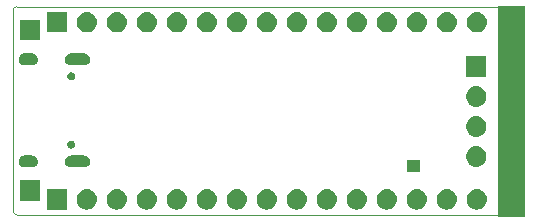
<source format=gbs>
From 2628932a40d769d8d0180ba6fed1e7b9b2718982 Mon Sep 17 00:00:00 2001
From: jaseg <git-bigdata-wsl-arch@jaseg.de>
Date: Sun, 3 May 2020 19:53:02 +0200
Subject: minkbd: repo restructure

---
 HW v1.2/gerber/OtterPill-B_Mask.gbs | 1584 -----------------------------------
 1 file changed, 1584 deletions(-)
 delete mode 100644 HW v1.2/gerber/OtterPill-B_Mask.gbs

(limited to 'HW v1.2/gerber/OtterPill-B_Mask.gbs')

diff --git a/HW v1.2/gerber/OtterPill-B_Mask.gbs b/HW v1.2/gerber/OtterPill-B_Mask.gbs
deleted file mode 100644
index e3f2423..0000000
--- a/HW v1.2/gerber/OtterPill-B_Mask.gbs	
+++ /dev/null
@@ -1,1584 +0,0 @@
-G04 #@! TF.GenerationSoftware,KiCad,Pcbnew,5.1.4+dfsg1-1*
-G04 #@! TF.CreationDate,2019-11-16T02:43:21+01:00*
-G04 #@! TF.ProjectId,OtterPill,4f747465-7250-4696-9c6c-2e6b69636164,rev?*
-G04 #@! TF.SameCoordinates,Original*
-G04 #@! TF.FileFunction,Soldermask,Bot*
-G04 #@! TF.FilePolarity,Negative*
-%FSLAX46Y46*%
-G04 Gerber Fmt 4.6, Leading zero omitted, Abs format (unit mm)*
-G04 Created by KiCad (PCBNEW 5.1.4+dfsg1-1) date 2019-11-16 02:43:21*
-%MOMM*%
-%LPD*%
-G04 APERTURE LIST*
-%ADD10C,0.050000*%
-%ADD11C,0.100000*%
-G04 APERTURE END LIST*
-D10*
-X63200000Y-37100000D02*
-G75*
-G02X62900000Y-37400000I-300000J0D01*
-G01*
-X62900000Y-19800000D02*
-G75*
-G02X63200000Y-20100000I0J-300000D01*
-G01*
-X20000000Y-20100000D02*
-G75*
-G02X20300000Y-19800000I300000J0D01*
-G01*
-X20300000Y-37400000D02*
-G75*
-G02X20000000Y-37100000I0J300000D01*
-G01*
-X20000000Y-37100000D02*
-X20000000Y-20100000D01*
-X62900000Y-37400000D02*
-X20300000Y-37400000D01*
-X63200000Y-20100000D02*
-X63200000Y-37100000D01*
-X20300000Y-19800000D02*
-X62900000Y-19800000D01*
-D11*
-G36*
-X63300000Y-37600000D02*
-G01*
-X61070000Y-37600000D01*
-X61070000Y-19700000D01*
-X63300000Y-19700000D01*
-X63300000Y-37600000D01*
-X63300000Y-37600000D01*
-G37*
-G36*
-X34028589Y-35252444D02*
-G01*
-X34190700Y-35301619D01*
-X34340102Y-35381476D01*
-X34471054Y-35488946D01*
-X34578524Y-35619898D01*
-X34658381Y-35769300D01*
-X34707556Y-35931411D01*
-X34724161Y-36100000D01*
-X34707556Y-36268589D01*
-X34658381Y-36430700D01*
-X34578524Y-36580102D01*
-X34471054Y-36711054D01*
-X34340102Y-36818524D01*
-X34190700Y-36898381D01*
-X34028589Y-36947556D01*
-X33902246Y-36960000D01*
-X33817754Y-36960000D01*
-X33691411Y-36947556D01*
-X33529300Y-36898381D01*
-X33379898Y-36818524D01*
-X33248946Y-36711054D01*
-X33141476Y-36580102D01*
-X33061619Y-36430700D01*
-X33012444Y-36268589D01*
-X32995839Y-36100000D01*
-X33012444Y-35931411D01*
-X33061619Y-35769300D01*
-X33141476Y-35619898D01*
-X33248946Y-35488946D01*
-X33379898Y-35381476D01*
-X33529300Y-35301619D01*
-X33691411Y-35252444D01*
-X33817754Y-35240000D01*
-X33902246Y-35240000D01*
-X34028589Y-35252444D01*
-X34028589Y-35252444D01*
-G37*
-G36*
-X24560000Y-36960000D02*
-G01*
-X22840000Y-36960000D01*
-X22840000Y-35240000D01*
-X24560000Y-35240000D01*
-X24560000Y-36960000D01*
-X24560000Y-36960000D01*
-G37*
-G36*
-X26408589Y-35252444D02*
-G01*
-X26570700Y-35301619D01*
-X26720102Y-35381476D01*
-X26851054Y-35488946D01*
-X26958524Y-35619898D01*
-X27038381Y-35769300D01*
-X27087556Y-35931411D01*
-X27104161Y-36100000D01*
-X27087556Y-36268589D01*
-X27038381Y-36430700D01*
-X26958524Y-36580102D01*
-X26851054Y-36711054D01*
-X26720102Y-36818524D01*
-X26570700Y-36898381D01*
-X26408589Y-36947556D01*
-X26282246Y-36960000D01*
-X26197754Y-36960000D01*
-X26071411Y-36947556D01*
-X25909300Y-36898381D01*
-X25759898Y-36818524D01*
-X25628946Y-36711054D01*
-X25521476Y-36580102D01*
-X25441619Y-36430700D01*
-X25392444Y-36268589D01*
-X25375839Y-36100000D01*
-X25392444Y-35931411D01*
-X25441619Y-35769300D01*
-X25521476Y-35619898D01*
-X25628946Y-35488946D01*
-X25759898Y-35381476D01*
-X25909300Y-35301619D01*
-X26071411Y-35252444D01*
-X26197754Y-35240000D01*
-X26282246Y-35240000D01*
-X26408589Y-35252444D01*
-X26408589Y-35252444D01*
-G37*
-G36*
-X28948589Y-35252444D02*
-G01*
-X29110700Y-35301619D01*
-X29260102Y-35381476D01*
-X29391054Y-35488946D01*
-X29498524Y-35619898D01*
-X29578381Y-35769300D01*
-X29627556Y-35931411D01*
-X29644161Y-36100000D01*
-X29627556Y-36268589D01*
-X29578381Y-36430700D01*
-X29498524Y-36580102D01*
-X29391054Y-36711054D01*
-X29260102Y-36818524D01*
-X29110700Y-36898381D01*
-X28948589Y-36947556D01*
-X28822246Y-36960000D01*
-X28737754Y-36960000D01*
-X28611411Y-36947556D01*
-X28449300Y-36898381D01*
-X28299898Y-36818524D01*
-X28168946Y-36711054D01*
-X28061476Y-36580102D01*
-X27981619Y-36430700D01*
-X27932444Y-36268589D01*
-X27915839Y-36100000D01*
-X27932444Y-35931411D01*
-X27981619Y-35769300D01*
-X28061476Y-35619898D01*
-X28168946Y-35488946D01*
-X28299898Y-35381476D01*
-X28449300Y-35301619D01*
-X28611411Y-35252444D01*
-X28737754Y-35240000D01*
-X28822246Y-35240000D01*
-X28948589Y-35252444D01*
-X28948589Y-35252444D01*
-G37*
-G36*
-X31488589Y-35252444D02*
-G01*
-X31650700Y-35301619D01*
-X31800102Y-35381476D01*
-X31931054Y-35488946D01*
-X32038524Y-35619898D01*
-X32118381Y-35769300D01*
-X32167556Y-35931411D01*
-X32184161Y-36100000D01*
-X32167556Y-36268589D01*
-X32118381Y-36430700D01*
-X32038524Y-36580102D01*
-X31931054Y-36711054D01*
-X31800102Y-36818524D01*
-X31650700Y-36898381D01*
-X31488589Y-36947556D01*
-X31362246Y-36960000D01*
-X31277754Y-36960000D01*
-X31151411Y-36947556D01*
-X30989300Y-36898381D01*
-X30839898Y-36818524D01*
-X30708946Y-36711054D01*
-X30601476Y-36580102D01*
-X30521619Y-36430700D01*
-X30472444Y-36268589D01*
-X30455839Y-36100000D01*
-X30472444Y-35931411D01*
-X30521619Y-35769300D01*
-X30601476Y-35619898D01*
-X30708946Y-35488946D01*
-X30839898Y-35381476D01*
-X30989300Y-35301619D01*
-X31151411Y-35252444D01*
-X31277754Y-35240000D01*
-X31362246Y-35240000D01*
-X31488589Y-35252444D01*
-X31488589Y-35252444D01*
-G37*
-G36*
-X36568589Y-35252444D02*
-G01*
-X36730700Y-35301619D01*
-X36880102Y-35381476D01*
-X37011054Y-35488946D01*
-X37118524Y-35619898D01*
-X37198381Y-35769300D01*
-X37247556Y-35931411D01*
-X37264161Y-36100000D01*
-X37247556Y-36268589D01*
-X37198381Y-36430700D01*
-X37118524Y-36580102D01*
-X37011054Y-36711054D01*
-X36880102Y-36818524D01*
-X36730700Y-36898381D01*
-X36568589Y-36947556D01*
-X36442246Y-36960000D01*
-X36357754Y-36960000D01*
-X36231411Y-36947556D01*
-X36069300Y-36898381D01*
-X35919898Y-36818524D01*
-X35788946Y-36711054D01*
-X35681476Y-36580102D01*
-X35601619Y-36430700D01*
-X35552444Y-36268589D01*
-X35535839Y-36100000D01*
-X35552444Y-35931411D01*
-X35601619Y-35769300D01*
-X35681476Y-35619898D01*
-X35788946Y-35488946D01*
-X35919898Y-35381476D01*
-X36069300Y-35301619D01*
-X36231411Y-35252444D01*
-X36357754Y-35240000D01*
-X36442246Y-35240000D01*
-X36568589Y-35252444D01*
-X36568589Y-35252444D01*
-G37*
-G36*
-X39108589Y-35252444D02*
-G01*
-X39270700Y-35301619D01*
-X39420102Y-35381476D01*
-X39551054Y-35488946D01*
-X39658524Y-35619898D01*
-X39738381Y-35769300D01*
-X39787556Y-35931411D01*
-X39804161Y-36100000D01*
-X39787556Y-36268589D01*
-X39738381Y-36430700D01*
-X39658524Y-36580102D01*
-X39551054Y-36711054D01*
-X39420102Y-36818524D01*
-X39270700Y-36898381D01*
-X39108589Y-36947556D01*
-X38982246Y-36960000D01*
-X38897754Y-36960000D01*
-X38771411Y-36947556D01*
-X38609300Y-36898381D01*
-X38459898Y-36818524D01*
-X38328946Y-36711054D01*
-X38221476Y-36580102D01*
-X38141619Y-36430700D01*
-X38092444Y-36268589D01*
-X38075839Y-36100000D01*
-X38092444Y-35931411D01*
-X38141619Y-35769300D01*
-X38221476Y-35619898D01*
-X38328946Y-35488946D01*
-X38459898Y-35381476D01*
-X38609300Y-35301619D01*
-X38771411Y-35252444D01*
-X38897754Y-35240000D01*
-X38982246Y-35240000D01*
-X39108589Y-35252444D01*
-X39108589Y-35252444D01*
-G37*
-G36*
-X41648589Y-35252444D02*
-G01*
-X41810700Y-35301619D01*
-X41960102Y-35381476D01*
-X42091054Y-35488946D01*
-X42198524Y-35619898D01*
-X42278381Y-35769300D01*
-X42327556Y-35931411D01*
-X42344161Y-36100000D01*
-X42327556Y-36268589D01*
-X42278381Y-36430700D01*
-X42198524Y-36580102D01*
-X42091054Y-36711054D01*
-X41960102Y-36818524D01*
-X41810700Y-36898381D01*
-X41648589Y-36947556D01*
-X41522246Y-36960000D01*
-X41437754Y-36960000D01*
-X41311411Y-36947556D01*
-X41149300Y-36898381D01*
-X40999898Y-36818524D01*
-X40868946Y-36711054D01*
-X40761476Y-36580102D01*
-X40681619Y-36430700D01*
-X40632444Y-36268589D01*
-X40615839Y-36100000D01*
-X40632444Y-35931411D01*
-X40681619Y-35769300D01*
-X40761476Y-35619898D01*
-X40868946Y-35488946D01*
-X40999898Y-35381476D01*
-X41149300Y-35301619D01*
-X41311411Y-35252444D01*
-X41437754Y-35240000D01*
-X41522246Y-35240000D01*
-X41648589Y-35252444D01*
-X41648589Y-35252444D01*
-G37*
-G36*
-X44188589Y-35252444D02*
-G01*
-X44350700Y-35301619D01*
-X44500102Y-35381476D01*
-X44631054Y-35488946D01*
-X44738524Y-35619898D01*
-X44818381Y-35769300D01*
-X44867556Y-35931411D01*
-X44884161Y-36100000D01*
-X44867556Y-36268589D01*
-X44818381Y-36430700D01*
-X44738524Y-36580102D01*
-X44631054Y-36711054D01*
-X44500102Y-36818524D01*
-X44350700Y-36898381D01*
-X44188589Y-36947556D01*
-X44062246Y-36960000D01*
-X43977754Y-36960000D01*
-X43851411Y-36947556D01*
-X43689300Y-36898381D01*
-X43539898Y-36818524D01*
-X43408946Y-36711054D01*
-X43301476Y-36580102D01*
-X43221619Y-36430700D01*
-X43172444Y-36268589D01*
-X43155839Y-36100000D01*
-X43172444Y-35931411D01*
-X43221619Y-35769300D01*
-X43301476Y-35619898D01*
-X43408946Y-35488946D01*
-X43539898Y-35381476D01*
-X43689300Y-35301619D01*
-X43851411Y-35252444D01*
-X43977754Y-35240000D01*
-X44062246Y-35240000D01*
-X44188589Y-35252444D01*
-X44188589Y-35252444D01*
-G37*
-G36*
-X46728589Y-35252444D02*
-G01*
-X46890700Y-35301619D01*
-X47040102Y-35381476D01*
-X47171054Y-35488946D01*
-X47278524Y-35619898D01*
-X47358381Y-35769300D01*
-X47407556Y-35931411D01*
-X47424161Y-36100000D01*
-X47407556Y-36268589D01*
-X47358381Y-36430700D01*
-X47278524Y-36580102D01*
-X47171054Y-36711054D01*
-X47040102Y-36818524D01*
-X46890700Y-36898381D01*
-X46728589Y-36947556D01*
-X46602246Y-36960000D01*
-X46517754Y-36960000D01*
-X46391411Y-36947556D01*
-X46229300Y-36898381D01*
-X46079898Y-36818524D01*
-X45948946Y-36711054D01*
-X45841476Y-36580102D01*
-X45761619Y-36430700D01*
-X45712444Y-36268589D01*
-X45695839Y-36100000D01*
-X45712444Y-35931411D01*
-X45761619Y-35769300D01*
-X45841476Y-35619898D01*
-X45948946Y-35488946D01*
-X46079898Y-35381476D01*
-X46229300Y-35301619D01*
-X46391411Y-35252444D01*
-X46517754Y-35240000D01*
-X46602246Y-35240000D01*
-X46728589Y-35252444D01*
-X46728589Y-35252444D01*
-G37*
-G36*
-X49268589Y-35252444D02*
-G01*
-X49430700Y-35301619D01*
-X49580102Y-35381476D01*
-X49711054Y-35488946D01*
-X49818524Y-35619898D01*
-X49898381Y-35769300D01*
-X49947556Y-35931411D01*
-X49964161Y-36100000D01*
-X49947556Y-36268589D01*
-X49898381Y-36430700D01*
-X49818524Y-36580102D01*
-X49711054Y-36711054D01*
-X49580102Y-36818524D01*
-X49430700Y-36898381D01*
-X49268589Y-36947556D01*
-X49142246Y-36960000D01*
-X49057754Y-36960000D01*
-X48931411Y-36947556D01*
-X48769300Y-36898381D01*
-X48619898Y-36818524D01*
-X48488946Y-36711054D01*
-X48381476Y-36580102D01*
-X48301619Y-36430700D01*
-X48252444Y-36268589D01*
-X48235839Y-36100000D01*
-X48252444Y-35931411D01*
-X48301619Y-35769300D01*
-X48381476Y-35619898D01*
-X48488946Y-35488946D01*
-X48619898Y-35381476D01*
-X48769300Y-35301619D01*
-X48931411Y-35252444D01*
-X49057754Y-35240000D01*
-X49142246Y-35240000D01*
-X49268589Y-35252444D01*
-X49268589Y-35252444D01*
-G37*
-G36*
-X51808589Y-35252444D02*
-G01*
-X51970700Y-35301619D01*
-X52120102Y-35381476D01*
-X52251054Y-35488946D01*
-X52358524Y-35619898D01*
-X52438381Y-35769300D01*
-X52487556Y-35931411D01*
-X52504161Y-36100000D01*
-X52487556Y-36268589D01*
-X52438381Y-36430700D01*
-X52358524Y-36580102D01*
-X52251054Y-36711054D01*
-X52120102Y-36818524D01*
-X51970700Y-36898381D01*
-X51808589Y-36947556D01*
-X51682246Y-36960000D01*
-X51597754Y-36960000D01*
-X51471411Y-36947556D01*
-X51309300Y-36898381D01*
-X51159898Y-36818524D01*
-X51028946Y-36711054D01*
-X50921476Y-36580102D01*
-X50841619Y-36430700D01*
-X50792444Y-36268589D01*
-X50775839Y-36100000D01*
-X50792444Y-35931411D01*
-X50841619Y-35769300D01*
-X50921476Y-35619898D01*
-X51028946Y-35488946D01*
-X51159898Y-35381476D01*
-X51309300Y-35301619D01*
-X51471411Y-35252444D01*
-X51597754Y-35240000D01*
-X51682246Y-35240000D01*
-X51808589Y-35252444D01*
-X51808589Y-35252444D01*
-G37*
-G36*
-X54348589Y-35252444D02*
-G01*
-X54510700Y-35301619D01*
-X54660102Y-35381476D01*
-X54791054Y-35488946D01*
-X54898524Y-35619898D01*
-X54978381Y-35769300D01*
-X55027556Y-35931411D01*
-X55044161Y-36100000D01*
-X55027556Y-36268589D01*
-X54978381Y-36430700D01*
-X54898524Y-36580102D01*
-X54791054Y-36711054D01*
-X54660102Y-36818524D01*
-X54510700Y-36898381D01*
-X54348589Y-36947556D01*
-X54222246Y-36960000D01*
-X54137754Y-36960000D01*
-X54011411Y-36947556D01*
-X53849300Y-36898381D01*
-X53699898Y-36818524D01*
-X53568946Y-36711054D01*
-X53461476Y-36580102D01*
-X53381619Y-36430700D01*
-X53332444Y-36268589D01*
-X53315839Y-36100000D01*
-X53332444Y-35931411D01*
-X53381619Y-35769300D01*
-X53461476Y-35619898D01*
-X53568946Y-35488946D01*
-X53699898Y-35381476D01*
-X53849300Y-35301619D01*
-X54011411Y-35252444D01*
-X54137754Y-35240000D01*
-X54222246Y-35240000D01*
-X54348589Y-35252444D01*
-X54348589Y-35252444D01*
-G37*
-G36*
-X56888589Y-35252444D02*
-G01*
-X57050700Y-35301619D01*
-X57200102Y-35381476D01*
-X57331054Y-35488946D01*
-X57438524Y-35619898D01*
-X57518381Y-35769300D01*
-X57567556Y-35931411D01*
-X57584161Y-36100000D01*
-X57567556Y-36268589D01*
-X57518381Y-36430700D01*
-X57438524Y-36580102D01*
-X57331054Y-36711054D01*
-X57200102Y-36818524D01*
-X57050700Y-36898381D01*
-X56888589Y-36947556D01*
-X56762246Y-36960000D01*
-X56677754Y-36960000D01*
-X56551411Y-36947556D01*
-X56389300Y-36898381D01*
-X56239898Y-36818524D01*
-X56108946Y-36711054D01*
-X56001476Y-36580102D01*
-X55921619Y-36430700D01*
-X55872444Y-36268589D01*
-X55855839Y-36100000D01*
-X55872444Y-35931411D01*
-X55921619Y-35769300D01*
-X56001476Y-35619898D01*
-X56108946Y-35488946D01*
-X56239898Y-35381476D01*
-X56389300Y-35301619D01*
-X56551411Y-35252444D01*
-X56677754Y-35240000D01*
-X56762246Y-35240000D01*
-X56888589Y-35252444D01*
-X56888589Y-35252444D01*
-G37*
-G36*
-X59428589Y-35252444D02*
-G01*
-X59590700Y-35301619D01*
-X59740102Y-35381476D01*
-X59871054Y-35488946D01*
-X59978524Y-35619898D01*
-X60058381Y-35769300D01*
-X60107556Y-35931411D01*
-X60124161Y-36100000D01*
-X60107556Y-36268589D01*
-X60058381Y-36430700D01*
-X59978524Y-36580102D01*
-X59871054Y-36711054D01*
-X59740102Y-36818524D01*
-X59590700Y-36898381D01*
-X59428589Y-36947556D01*
-X59302246Y-36960000D01*
-X59217754Y-36960000D01*
-X59091411Y-36947556D01*
-X58929300Y-36898381D01*
-X58779898Y-36818524D01*
-X58648946Y-36711054D01*
-X58541476Y-36580102D01*
-X58461619Y-36430700D01*
-X58412444Y-36268589D01*
-X58395839Y-36100000D01*
-X58412444Y-35931411D01*
-X58461619Y-35769300D01*
-X58541476Y-35619898D01*
-X58648946Y-35488946D01*
-X58779898Y-35381476D01*
-X58929300Y-35301619D01*
-X59091411Y-35252444D01*
-X59217754Y-35240000D01*
-X59302246Y-35240000D01*
-X59428589Y-35252444D01*
-X59428589Y-35252444D01*
-G37*
-G36*
-X22280000Y-36200000D02*
-G01*
-X20560000Y-36200000D01*
-X20560000Y-34480000D01*
-X22280000Y-34480000D01*
-X22280000Y-36200000D01*
-X22280000Y-36200000D01*
-G37*
-G36*
-X54410000Y-33810000D02*
-G01*
-X53390000Y-33810000D01*
-X53390000Y-32790000D01*
-X54410000Y-32790000D01*
-X54410000Y-33810000D01*
-X54410000Y-33810000D01*
-G37*
-G36*
-X26104976Y-32387380D02*
-G01*
-X26201112Y-32416542D01*
-X26289710Y-32463899D01*
-X26367368Y-32527631D01*
-X26431100Y-32605289D01*
-X26478457Y-32693887D01*
-X26507619Y-32790023D01*
-X26517466Y-32890000D01*
-X26507619Y-32989977D01*
-X26478457Y-33086113D01*
-X26431100Y-33174711D01*
-X26431098Y-33174714D01*
-X26431097Y-33174715D01*
-X26367368Y-33252369D01*
-X26347859Y-33268380D01*
-X26289710Y-33316101D01*
-X26201112Y-33363458D01*
-X26104976Y-33392620D01*
-X26030047Y-33400000D01*
-X24879951Y-33400000D01*
-X24805022Y-33392620D01*
-X24708886Y-33363458D01*
-X24620288Y-33316101D01*
-X24562140Y-33268380D01*
-X24542630Y-33252369D01*
-X24478901Y-33174715D01*
-X24478900Y-33174714D01*
-X24478898Y-33174711D01*
-X24431541Y-33086113D01*
-X24402379Y-32989977D01*
-X24392532Y-32890000D01*
-X24402379Y-32790023D01*
-X24431541Y-32693887D01*
-X24478898Y-32605289D01*
-X24542630Y-32527631D01*
-X24620288Y-32463899D01*
-X24708886Y-32416542D01*
-X24805022Y-32387380D01*
-X24879951Y-32380000D01*
-X26030047Y-32380000D01*
-X26104976Y-32387380D01*
-X26104976Y-32387380D01*
-G37*
-G36*
-X21674976Y-32387380D02*
-G01*
-X21771112Y-32416542D01*
-X21859710Y-32463899D01*
-X21937368Y-32527631D01*
-X22001100Y-32605289D01*
-X22048457Y-32693887D01*
-X22077619Y-32790023D01*
-X22087466Y-32890000D01*
-X22077619Y-32989977D01*
-X22048457Y-33086113D01*
-X22001100Y-33174711D01*
-X22001098Y-33174714D01*
-X22001097Y-33174715D01*
-X21937368Y-33252369D01*
-X21917859Y-33268380D01*
-X21859710Y-33316101D01*
-X21771112Y-33363458D01*
-X21674976Y-33392620D01*
-X21600047Y-33400000D01*
-X20949951Y-33400000D01*
-X20875022Y-33392620D01*
-X20778886Y-33363458D01*
-X20690288Y-33316101D01*
-X20632140Y-33268380D01*
-X20612630Y-33252369D01*
-X20548901Y-33174715D01*
-X20548900Y-33174714D01*
-X20548898Y-33174711D01*
-X20501541Y-33086113D01*
-X20472379Y-32989977D01*
-X20462532Y-32890000D01*
-X20472379Y-32790023D01*
-X20501541Y-32693887D01*
-X20548898Y-32605289D01*
-X20612630Y-32527631D01*
-X20690288Y-32463899D01*
-X20778886Y-32416542D01*
-X20875022Y-32387380D01*
-X20949951Y-32380000D01*
-X21600047Y-32380000D01*
-X21674976Y-32387380D01*
-X21674976Y-32387380D01*
-G37*
-G36*
-X59368589Y-31622444D02*
-G01*
-X59530700Y-31671619D01*
-X59680102Y-31751476D01*
-X59680105Y-31751478D01*
-X59680106Y-31751479D01*
-X59686681Y-31756875D01*
-X59811054Y-31858946D01*
-X59918524Y-31989898D01*
-X59998381Y-32139300D01*
-X60047556Y-32301411D01*
-X60064161Y-32470000D01*
-X60047556Y-32638589D01*
-X59998381Y-32800700D01*
-X59918524Y-32950102D01*
-X59918522Y-32950105D01*
-X59918521Y-32950106D01*
-X59811054Y-33081054D01*
-X59696929Y-33174715D01*
-X59680102Y-33188524D01*
-X59530700Y-33268381D01*
-X59368589Y-33317556D01*
-X59242246Y-33330000D01*
-X59157754Y-33330000D01*
-X59031411Y-33317556D01*
-X58869300Y-33268381D01*
-X58719898Y-33188524D01*
-X58703072Y-33174715D01*
-X58588946Y-33081054D01*
-X58481479Y-32950106D01*
-X58481478Y-32950105D01*
-X58481476Y-32950102D01*
-X58401619Y-32800700D01*
-X58352444Y-32638589D01*
-X58335839Y-32470000D01*
-X58352444Y-32301411D01*
-X58401619Y-32139300D01*
-X58481476Y-31989898D01*
-X58588946Y-31858946D01*
-X58713319Y-31756875D01*
-X58719894Y-31751479D01*
-X58719895Y-31751478D01*
-X58719898Y-31751476D01*
-X58869300Y-31671619D01*
-X59031411Y-31622444D01*
-X59157754Y-31610000D01*
-X59242246Y-31610000D01*
-X59368589Y-31622444D01*
-X59368589Y-31622444D01*
-G37*
-G36*
-X25022717Y-31137874D02*
-G01*
-X25083678Y-31163125D01*
-X25083681Y-31163127D01*
-X25138549Y-31199788D01*
-X25185211Y-31246450D01*
-X25221872Y-31301318D01*
-X25221874Y-31301321D01*
-X25247125Y-31362282D01*
-X25259999Y-31427005D01*
-X25259999Y-31492995D01*
-X25247125Y-31557718D01*
-X25221874Y-31618679D01*
-X25221872Y-31618682D01*
-X25185211Y-31673550D01*
-X25138549Y-31720212D01*
-X25091758Y-31751476D01*
-X25083678Y-31756875D01*
-X25022717Y-31782126D01*
-X24957994Y-31795000D01*
-X24892004Y-31795000D01*
-X24827281Y-31782126D01*
-X24766320Y-31756875D01*
-X24758240Y-31751476D01*
-X24711449Y-31720212D01*
-X24664787Y-31673550D01*
-X24628126Y-31618682D01*
-X24628124Y-31618679D01*
-X24602873Y-31557718D01*
-X24589999Y-31492995D01*
-X24589999Y-31427005D01*
-X24602873Y-31362282D01*
-X24628124Y-31301321D01*
-X24628126Y-31301318D01*
-X24664787Y-31246450D01*
-X24711449Y-31199788D01*
-X24766317Y-31163127D01*
-X24766320Y-31163125D01*
-X24827281Y-31137874D01*
-X24892004Y-31125000D01*
-X24957994Y-31125000D01*
-X25022717Y-31137874D01*
-X25022717Y-31137874D01*
-G37*
-G36*
-X59368589Y-29082444D02*
-G01*
-X59530700Y-29131619D01*
-X59680102Y-29211476D01*
-X59811054Y-29318946D01*
-X59918524Y-29449898D01*
-X59998381Y-29599300D01*
-X60047556Y-29761411D01*
-X60064161Y-29930000D01*
-X60047556Y-30098589D01*
-X59998381Y-30260700D01*
-X59918524Y-30410102D01*
-X59811054Y-30541054D01*
-X59680102Y-30648524D01*
-X59530700Y-30728381D01*
-X59368589Y-30777556D01*
-X59242246Y-30790000D01*
-X59157754Y-30790000D01*
-X59031411Y-30777556D01*
-X58869300Y-30728381D01*
-X58719898Y-30648524D01*
-X58588946Y-30541054D01*
-X58481476Y-30410102D01*
-X58401619Y-30260700D01*
-X58352444Y-30098589D01*
-X58335839Y-29930000D01*
-X58352444Y-29761411D01*
-X58401619Y-29599300D01*
-X58481476Y-29449898D01*
-X58588946Y-29318946D01*
-X58719898Y-29211476D01*
-X58869300Y-29131619D01*
-X59031411Y-29082444D01*
-X59157754Y-29070000D01*
-X59242246Y-29070000D01*
-X59368589Y-29082444D01*
-X59368589Y-29082444D01*
-G37*
-G36*
-X59368589Y-26542444D02*
-G01*
-X59530700Y-26591619D01*
-X59680102Y-26671476D01*
-X59811054Y-26778946D01*
-X59918524Y-26909898D01*
-X59998381Y-27059300D01*
-X60047556Y-27221411D01*
-X60064161Y-27390000D01*
-X60047556Y-27558589D01*
-X59998381Y-27720700D01*
-X59918524Y-27870102D01*
-X59811054Y-28001054D01*
-X59680102Y-28108524D01*
-X59530700Y-28188381D01*
-X59368589Y-28237556D01*
-X59242246Y-28250000D01*
-X59157754Y-28250000D01*
-X59031411Y-28237556D01*
-X58869300Y-28188381D01*
-X58719898Y-28108524D01*
-X58588946Y-28001054D01*
-X58481476Y-27870102D01*
-X58401619Y-27720700D01*
-X58352444Y-27558589D01*
-X58335839Y-27390000D01*
-X58352444Y-27221411D01*
-X58401619Y-27059300D01*
-X58481476Y-26909898D01*
-X58588946Y-26778946D01*
-X58719898Y-26671476D01*
-X58869300Y-26591619D01*
-X59031411Y-26542444D01*
-X59157754Y-26530000D01*
-X59242246Y-26530000D01*
-X59368589Y-26542444D01*
-X59368589Y-26542444D01*
-G37*
-G36*
-X25022717Y-25357874D02*
-G01*
-X25083678Y-25383125D01*
-X25083681Y-25383127D01*
-X25138549Y-25419788D01*
-X25185211Y-25466450D01*
-X25221872Y-25521318D01*
-X25221874Y-25521321D01*
-X25247125Y-25582282D01*
-X25259999Y-25647005D01*
-X25259999Y-25712995D01*
-X25247125Y-25777718D01*
-X25221874Y-25838679D01*
-X25221872Y-25838682D01*
-X25185211Y-25893550D01*
-X25138549Y-25940212D01*
-X25083681Y-25976873D01*
-X25083678Y-25976875D01*
-X25022717Y-26002126D01*
-X24957994Y-26015000D01*
-X24892004Y-26015000D01*
-X24827281Y-26002126D01*
-X24766320Y-25976875D01*
-X24766317Y-25976873D01*
-X24711449Y-25940212D01*
-X24664787Y-25893550D01*
-X24628126Y-25838682D01*
-X24628124Y-25838679D01*
-X24602873Y-25777718D01*
-X24589999Y-25712995D01*
-X24589999Y-25647005D01*
-X24602873Y-25582282D01*
-X24628124Y-25521321D01*
-X24628126Y-25521318D01*
-X24664787Y-25466450D01*
-X24711449Y-25419788D01*
-X24766317Y-25383127D01*
-X24766320Y-25383125D01*
-X24827281Y-25357874D01*
-X24892004Y-25345000D01*
-X24957994Y-25345000D01*
-X25022717Y-25357874D01*
-X25022717Y-25357874D01*
-G37*
-G36*
-X60060000Y-25710000D02*
-G01*
-X58340000Y-25710000D01*
-X58340000Y-23990000D01*
-X60060000Y-23990000D01*
-X60060000Y-25710000D01*
-X60060000Y-25710000D01*
-G37*
-G36*
-X26104976Y-23747380D02*
-G01*
-X26201112Y-23776542D01*
-X26289710Y-23823899D01*
-X26367368Y-23887631D01*
-X26431100Y-23965289D01*
-X26478457Y-24053887D01*
-X26507619Y-24150023D01*
-X26517466Y-24250000D01*
-X26507619Y-24349977D01*
-X26478457Y-24446113D01*
-X26431100Y-24534711D01*
-X26367368Y-24612369D01*
-X26289710Y-24676101D01*
-X26201112Y-24723458D01*
-X26104976Y-24752620D01*
-X26030047Y-24760000D01*
-X24879951Y-24760000D01*
-X24805022Y-24752620D01*
-X24708886Y-24723458D01*
-X24620288Y-24676101D01*
-X24542630Y-24612369D01*
-X24478898Y-24534711D01*
-X24431541Y-24446113D01*
-X24402379Y-24349977D01*
-X24392532Y-24250000D01*
-X24402379Y-24150023D01*
-X24431541Y-24053887D01*
-X24478898Y-23965289D01*
-X24542630Y-23887631D01*
-X24620288Y-23823899D01*
-X24708886Y-23776542D01*
-X24805022Y-23747380D01*
-X24879951Y-23740000D01*
-X26030047Y-23740000D01*
-X26104976Y-23747380D01*
-X26104976Y-23747380D01*
-G37*
-G36*
-X21674976Y-23747380D02*
-G01*
-X21771112Y-23776542D01*
-X21859710Y-23823899D01*
-X21937368Y-23887631D01*
-X22001100Y-23965289D01*
-X22048457Y-24053887D01*
-X22077619Y-24150023D01*
-X22087466Y-24250000D01*
-X22077619Y-24349977D01*
-X22048457Y-24446113D01*
-X22001100Y-24534711D01*
-X21937368Y-24612369D01*
-X21859710Y-24676101D01*
-X21771112Y-24723458D01*
-X21674976Y-24752620D01*
-X21600047Y-24760000D01*
-X20949951Y-24760000D01*
-X20875022Y-24752620D01*
-X20778886Y-24723458D01*
-X20690288Y-24676101D01*
-X20612630Y-24612369D01*
-X20548898Y-24534711D01*
-X20501541Y-24446113D01*
-X20472379Y-24349977D01*
-X20462532Y-24250000D01*
-X20472379Y-24150023D01*
-X20501541Y-24053887D01*
-X20548898Y-23965289D01*
-X20612630Y-23887631D01*
-X20690288Y-23823899D01*
-X20778886Y-23776542D01*
-X20875022Y-23747380D01*
-X20949951Y-23740000D01*
-X21600047Y-23740000D01*
-X21674976Y-23747380D01*
-X21674976Y-23747380D01*
-G37*
-G36*
-X22280000Y-22640000D02*
-G01*
-X20560000Y-22640000D01*
-X20560000Y-20920000D01*
-X22280000Y-20920000D01*
-X22280000Y-22640000D01*
-X22280000Y-22640000D01*
-G37*
-G36*
-X34028589Y-20252444D02*
-G01*
-X34190700Y-20301619D01*
-X34340102Y-20381476D01*
-X34471054Y-20488946D01*
-X34578524Y-20619898D01*
-X34658381Y-20769300D01*
-X34707556Y-20931411D01*
-X34724161Y-21100000D01*
-X34707556Y-21268589D01*
-X34658381Y-21430700D01*
-X34578524Y-21580102D01*
-X34471054Y-21711054D01*
-X34340102Y-21818524D01*
-X34190700Y-21898381D01*
-X34028589Y-21947556D01*
-X33902246Y-21960000D01*
-X33817754Y-21960000D01*
-X33691411Y-21947556D01*
-X33529300Y-21898381D01*
-X33379898Y-21818524D01*
-X33248946Y-21711054D01*
-X33141476Y-21580102D01*
-X33061619Y-21430700D01*
-X33012444Y-21268589D01*
-X32995839Y-21100000D01*
-X33012444Y-20931411D01*
-X33061619Y-20769300D01*
-X33141476Y-20619898D01*
-X33248946Y-20488946D01*
-X33379898Y-20381476D01*
-X33529300Y-20301619D01*
-X33691411Y-20252444D01*
-X33817754Y-20240000D01*
-X33902246Y-20240000D01*
-X34028589Y-20252444D01*
-X34028589Y-20252444D01*
-G37*
-G36*
-X41648589Y-20252444D02*
-G01*
-X41810700Y-20301619D01*
-X41960102Y-20381476D01*
-X42091054Y-20488946D01*
-X42198524Y-20619898D01*
-X42278381Y-20769300D01*
-X42327556Y-20931411D01*
-X42344161Y-21100000D01*
-X42327556Y-21268589D01*
-X42278381Y-21430700D01*
-X42198524Y-21580102D01*
-X42091054Y-21711054D01*
-X41960102Y-21818524D01*
-X41810700Y-21898381D01*
-X41648589Y-21947556D01*
-X41522246Y-21960000D01*
-X41437754Y-21960000D01*
-X41311411Y-21947556D01*
-X41149300Y-21898381D01*
-X40999898Y-21818524D01*
-X40868946Y-21711054D01*
-X40761476Y-21580102D01*
-X40681619Y-21430700D01*
-X40632444Y-21268589D01*
-X40615839Y-21100000D01*
-X40632444Y-20931411D01*
-X40681619Y-20769300D01*
-X40761476Y-20619898D01*
-X40868946Y-20488946D01*
-X40999898Y-20381476D01*
-X41149300Y-20301619D01*
-X41311411Y-20252444D01*
-X41437754Y-20240000D01*
-X41522246Y-20240000D01*
-X41648589Y-20252444D01*
-X41648589Y-20252444D01*
-G37*
-G36*
-X39108589Y-20252444D02*
-G01*
-X39270700Y-20301619D01*
-X39420102Y-20381476D01*
-X39551054Y-20488946D01*
-X39658524Y-20619898D01*
-X39738381Y-20769300D01*
-X39787556Y-20931411D01*
-X39804161Y-21100000D01*
-X39787556Y-21268589D01*
-X39738381Y-21430700D01*
-X39658524Y-21580102D01*
-X39551054Y-21711054D01*
-X39420102Y-21818524D01*
-X39270700Y-21898381D01*
-X39108589Y-21947556D01*
-X38982246Y-21960000D01*
-X38897754Y-21960000D01*
-X38771411Y-21947556D01*
-X38609300Y-21898381D01*
-X38459898Y-21818524D01*
-X38328946Y-21711054D01*
-X38221476Y-21580102D01*
-X38141619Y-21430700D01*
-X38092444Y-21268589D01*
-X38075839Y-21100000D01*
-X38092444Y-20931411D01*
-X38141619Y-20769300D01*
-X38221476Y-20619898D01*
-X38328946Y-20488946D01*
-X38459898Y-20381476D01*
-X38609300Y-20301619D01*
-X38771411Y-20252444D01*
-X38897754Y-20240000D01*
-X38982246Y-20240000D01*
-X39108589Y-20252444D01*
-X39108589Y-20252444D01*
-G37*
-G36*
-X36568589Y-20252444D02*
-G01*
-X36730700Y-20301619D01*
-X36880102Y-20381476D01*
-X37011054Y-20488946D01*
-X37118524Y-20619898D01*
-X37198381Y-20769300D01*
-X37247556Y-20931411D01*
-X37264161Y-21100000D01*
-X37247556Y-21268589D01*
-X37198381Y-21430700D01*
-X37118524Y-21580102D01*
-X37011054Y-21711054D01*
-X36880102Y-21818524D01*
-X36730700Y-21898381D01*
-X36568589Y-21947556D01*
-X36442246Y-21960000D01*
-X36357754Y-21960000D01*
-X36231411Y-21947556D01*
-X36069300Y-21898381D01*
-X35919898Y-21818524D01*
-X35788946Y-21711054D01*
-X35681476Y-21580102D01*
-X35601619Y-21430700D01*
-X35552444Y-21268589D01*
-X35535839Y-21100000D01*
-X35552444Y-20931411D01*
-X35601619Y-20769300D01*
-X35681476Y-20619898D01*
-X35788946Y-20488946D01*
-X35919898Y-20381476D01*
-X36069300Y-20301619D01*
-X36231411Y-20252444D01*
-X36357754Y-20240000D01*
-X36442246Y-20240000D01*
-X36568589Y-20252444D01*
-X36568589Y-20252444D01*
-G37*
-G36*
-X24560000Y-21960000D02*
-G01*
-X22840000Y-21960000D01*
-X22840000Y-20240000D01*
-X24560000Y-20240000D01*
-X24560000Y-21960000D01*
-X24560000Y-21960000D01*
-G37*
-G36*
-X26408589Y-20252444D02*
-G01*
-X26570700Y-20301619D01*
-X26720102Y-20381476D01*
-X26851054Y-20488946D01*
-X26958524Y-20619898D01*
-X27038381Y-20769300D01*
-X27087556Y-20931411D01*
-X27104161Y-21100000D01*
-X27087556Y-21268589D01*
-X27038381Y-21430700D01*
-X26958524Y-21580102D01*
-X26851054Y-21711054D01*
-X26720102Y-21818524D01*
-X26570700Y-21898381D01*
-X26408589Y-21947556D01*
-X26282246Y-21960000D01*
-X26197754Y-21960000D01*
-X26071411Y-21947556D01*
-X25909300Y-21898381D01*
-X25759898Y-21818524D01*
-X25628946Y-21711054D01*
-X25521476Y-21580102D01*
-X25441619Y-21430700D01*
-X25392444Y-21268589D01*
-X25375839Y-21100000D01*
-X25392444Y-20931411D01*
-X25441619Y-20769300D01*
-X25521476Y-20619898D01*
-X25628946Y-20488946D01*
-X25759898Y-20381476D01*
-X25909300Y-20301619D01*
-X26071411Y-20252444D01*
-X26197754Y-20240000D01*
-X26282246Y-20240000D01*
-X26408589Y-20252444D01*
-X26408589Y-20252444D01*
-G37*
-G36*
-X31488589Y-20252444D02*
-G01*
-X31650700Y-20301619D01*
-X31800102Y-20381476D01*
-X31931054Y-20488946D01*
-X32038524Y-20619898D01*
-X32118381Y-20769300D01*
-X32167556Y-20931411D01*
-X32184161Y-21100000D01*
-X32167556Y-21268589D01*
-X32118381Y-21430700D01*
-X32038524Y-21580102D01*
-X31931054Y-21711054D01*
-X31800102Y-21818524D01*
-X31650700Y-21898381D01*
-X31488589Y-21947556D01*
-X31362246Y-21960000D01*
-X31277754Y-21960000D01*
-X31151411Y-21947556D01*
-X30989300Y-21898381D01*
-X30839898Y-21818524D01*
-X30708946Y-21711054D01*
-X30601476Y-21580102D01*
-X30521619Y-21430700D01*
-X30472444Y-21268589D01*
-X30455839Y-21100000D01*
-X30472444Y-20931411D01*
-X30521619Y-20769300D01*
-X30601476Y-20619898D01*
-X30708946Y-20488946D01*
-X30839898Y-20381476D01*
-X30989300Y-20301619D01*
-X31151411Y-20252444D01*
-X31277754Y-20240000D01*
-X31362246Y-20240000D01*
-X31488589Y-20252444D01*
-X31488589Y-20252444D01*
-G37*
-G36*
-X44188589Y-20252444D02*
-G01*
-X44350700Y-20301619D01*
-X44500102Y-20381476D01*
-X44631054Y-20488946D01*
-X44738524Y-20619898D01*
-X44818381Y-20769300D01*
-X44867556Y-20931411D01*
-X44884161Y-21100000D01*
-X44867556Y-21268589D01*
-X44818381Y-21430700D01*
-X44738524Y-21580102D01*
-X44631054Y-21711054D01*
-X44500102Y-21818524D01*
-X44350700Y-21898381D01*
-X44188589Y-21947556D01*
-X44062246Y-21960000D01*
-X43977754Y-21960000D01*
-X43851411Y-21947556D01*
-X43689300Y-21898381D01*
-X43539898Y-21818524D01*
-X43408946Y-21711054D01*
-X43301476Y-21580102D01*
-X43221619Y-21430700D01*
-X43172444Y-21268589D01*
-X43155839Y-21100000D01*
-X43172444Y-20931411D01*
-X43221619Y-20769300D01*
-X43301476Y-20619898D01*
-X43408946Y-20488946D01*
-X43539898Y-20381476D01*
-X43689300Y-20301619D01*
-X43851411Y-20252444D01*
-X43977754Y-20240000D01*
-X44062246Y-20240000D01*
-X44188589Y-20252444D01*
-X44188589Y-20252444D01*
-G37*
-G36*
-X46728589Y-20252444D02*
-G01*
-X46890700Y-20301619D01*
-X47040102Y-20381476D01*
-X47171054Y-20488946D01*
-X47278524Y-20619898D01*
-X47358381Y-20769300D01*
-X47407556Y-20931411D01*
-X47424161Y-21100000D01*
-X47407556Y-21268589D01*
-X47358381Y-21430700D01*
-X47278524Y-21580102D01*
-X47171054Y-21711054D01*
-X47040102Y-21818524D01*
-X46890700Y-21898381D01*
-X46728589Y-21947556D01*
-X46602246Y-21960000D01*
-X46517754Y-21960000D01*
-X46391411Y-21947556D01*
-X46229300Y-21898381D01*
-X46079898Y-21818524D01*
-X45948946Y-21711054D01*
-X45841476Y-21580102D01*
-X45761619Y-21430700D01*
-X45712444Y-21268589D01*
-X45695839Y-21100000D01*
-X45712444Y-20931411D01*
-X45761619Y-20769300D01*
-X45841476Y-20619898D01*
-X45948946Y-20488946D01*
-X46079898Y-20381476D01*
-X46229300Y-20301619D01*
-X46391411Y-20252444D01*
-X46517754Y-20240000D01*
-X46602246Y-20240000D01*
-X46728589Y-20252444D01*
-X46728589Y-20252444D01*
-G37*
-G36*
-X49268589Y-20252444D02*
-G01*
-X49430700Y-20301619D01*
-X49580102Y-20381476D01*
-X49711054Y-20488946D01*
-X49818524Y-20619898D01*
-X49898381Y-20769300D01*
-X49947556Y-20931411D01*
-X49964161Y-21100000D01*
-X49947556Y-21268589D01*
-X49898381Y-21430700D01*
-X49818524Y-21580102D01*
-X49711054Y-21711054D01*
-X49580102Y-21818524D01*
-X49430700Y-21898381D01*
-X49268589Y-21947556D01*
-X49142246Y-21960000D01*
-X49057754Y-21960000D01*
-X48931411Y-21947556D01*
-X48769300Y-21898381D01*
-X48619898Y-21818524D01*
-X48488946Y-21711054D01*
-X48381476Y-21580102D01*
-X48301619Y-21430700D01*
-X48252444Y-21268589D01*
-X48235839Y-21100000D01*
-X48252444Y-20931411D01*
-X48301619Y-20769300D01*
-X48381476Y-20619898D01*
-X48488946Y-20488946D01*
-X48619898Y-20381476D01*
-X48769300Y-20301619D01*
-X48931411Y-20252444D01*
-X49057754Y-20240000D01*
-X49142246Y-20240000D01*
-X49268589Y-20252444D01*
-X49268589Y-20252444D01*
-G37*
-G36*
-X51808589Y-20252444D02*
-G01*
-X51970700Y-20301619D01*
-X52120102Y-20381476D01*
-X52251054Y-20488946D01*
-X52358524Y-20619898D01*
-X52438381Y-20769300D01*
-X52487556Y-20931411D01*
-X52504161Y-21100000D01*
-X52487556Y-21268589D01*
-X52438381Y-21430700D01*
-X52358524Y-21580102D01*
-X52251054Y-21711054D01*
-X52120102Y-21818524D01*
-X51970700Y-21898381D01*
-X51808589Y-21947556D01*
-X51682246Y-21960000D01*
-X51597754Y-21960000D01*
-X51471411Y-21947556D01*
-X51309300Y-21898381D01*
-X51159898Y-21818524D01*
-X51028946Y-21711054D01*
-X50921476Y-21580102D01*
-X50841619Y-21430700D01*
-X50792444Y-21268589D01*
-X50775839Y-21100000D01*
-X50792444Y-20931411D01*
-X50841619Y-20769300D01*
-X50921476Y-20619898D01*
-X51028946Y-20488946D01*
-X51159898Y-20381476D01*
-X51309300Y-20301619D01*
-X51471411Y-20252444D01*
-X51597754Y-20240000D01*
-X51682246Y-20240000D01*
-X51808589Y-20252444D01*
-X51808589Y-20252444D01*
-G37*
-G36*
-X54348589Y-20252444D02*
-G01*
-X54510700Y-20301619D01*
-X54660102Y-20381476D01*
-X54791054Y-20488946D01*
-X54898524Y-20619898D01*
-X54978381Y-20769300D01*
-X55027556Y-20931411D01*
-X55044161Y-21100000D01*
-X55027556Y-21268589D01*
-X54978381Y-21430700D01*
-X54898524Y-21580102D01*
-X54791054Y-21711054D01*
-X54660102Y-21818524D01*
-X54510700Y-21898381D01*
-X54348589Y-21947556D01*
-X54222246Y-21960000D01*
-X54137754Y-21960000D01*
-X54011411Y-21947556D01*
-X53849300Y-21898381D01*
-X53699898Y-21818524D01*
-X53568946Y-21711054D01*
-X53461476Y-21580102D01*
-X53381619Y-21430700D01*
-X53332444Y-21268589D01*
-X53315839Y-21100000D01*
-X53332444Y-20931411D01*
-X53381619Y-20769300D01*
-X53461476Y-20619898D01*
-X53568946Y-20488946D01*
-X53699898Y-20381476D01*
-X53849300Y-20301619D01*
-X54011411Y-20252444D01*
-X54137754Y-20240000D01*
-X54222246Y-20240000D01*
-X54348589Y-20252444D01*
-X54348589Y-20252444D01*
-G37*
-G36*
-X56888589Y-20252444D02*
-G01*
-X57050700Y-20301619D01*
-X57200102Y-20381476D01*
-X57331054Y-20488946D01*
-X57438524Y-20619898D01*
-X57518381Y-20769300D01*
-X57567556Y-20931411D01*
-X57584161Y-21100000D01*
-X57567556Y-21268589D01*
-X57518381Y-21430700D01*
-X57438524Y-21580102D01*
-X57331054Y-21711054D01*
-X57200102Y-21818524D01*
-X57050700Y-21898381D01*
-X56888589Y-21947556D01*
-X56762246Y-21960000D01*
-X56677754Y-21960000D01*
-X56551411Y-21947556D01*
-X56389300Y-21898381D01*
-X56239898Y-21818524D01*
-X56108946Y-21711054D01*
-X56001476Y-21580102D01*
-X55921619Y-21430700D01*
-X55872444Y-21268589D01*
-X55855839Y-21100000D01*
-X55872444Y-20931411D01*
-X55921619Y-20769300D01*
-X56001476Y-20619898D01*
-X56108946Y-20488946D01*
-X56239898Y-20381476D01*
-X56389300Y-20301619D01*
-X56551411Y-20252444D01*
-X56677754Y-20240000D01*
-X56762246Y-20240000D01*
-X56888589Y-20252444D01*
-X56888589Y-20252444D01*
-G37*
-G36*
-X59428589Y-20252444D02*
-G01*
-X59590700Y-20301619D01*
-X59740102Y-20381476D01*
-X59871054Y-20488946D01*
-X59978524Y-20619898D01*
-X60058381Y-20769300D01*
-X60107556Y-20931411D01*
-X60124161Y-21100000D01*
-X60107556Y-21268589D01*
-X60058381Y-21430700D01*
-X59978524Y-21580102D01*
-X59871054Y-21711054D01*
-X59740102Y-21818524D01*
-X59590700Y-21898381D01*
-X59428589Y-21947556D01*
-X59302246Y-21960000D01*
-X59217754Y-21960000D01*
-X59091411Y-21947556D01*
-X58929300Y-21898381D01*
-X58779898Y-21818524D01*
-X58648946Y-21711054D01*
-X58541476Y-21580102D01*
-X58461619Y-21430700D01*
-X58412444Y-21268589D01*
-X58395839Y-21100000D01*
-X58412444Y-20931411D01*
-X58461619Y-20769300D01*
-X58541476Y-20619898D01*
-X58648946Y-20488946D01*
-X58779898Y-20381476D01*
-X58929300Y-20301619D01*
-X59091411Y-20252444D01*
-X59217754Y-20240000D01*
-X59302246Y-20240000D01*
-X59428589Y-20252444D01*
-X59428589Y-20252444D01*
-G37*
-G36*
-X28948589Y-20252444D02*
-G01*
-X29110700Y-20301619D01*
-X29260102Y-20381476D01*
-X29391054Y-20488946D01*
-X29498524Y-20619898D01*
-X29578381Y-20769300D01*
-X29627556Y-20931411D01*
-X29644161Y-21100000D01*
-X29627556Y-21268589D01*
-X29578381Y-21430700D01*
-X29498524Y-21580102D01*
-X29391054Y-21711054D01*
-X29260102Y-21818524D01*
-X29110700Y-21898381D01*
-X28948589Y-21947556D01*
-X28822246Y-21960000D01*
-X28737754Y-21960000D01*
-X28611411Y-21947556D01*
-X28449300Y-21898381D01*
-X28299898Y-21818524D01*
-X28168946Y-21711054D01*
-X28061476Y-21580102D01*
-X27981619Y-21430700D01*
-X27932444Y-21268589D01*
-X27915839Y-21100000D01*
-X27932444Y-20931411D01*
-X27981619Y-20769300D01*
-X28061476Y-20619898D01*
-X28168946Y-20488946D01*
-X28299898Y-20381476D01*
-X28449300Y-20301619D01*
-X28611411Y-20252444D01*
-X28737754Y-20240000D01*
-X28822246Y-20240000D01*
-X28948589Y-20252444D01*
-X28948589Y-20252444D01*
-G37*
-M02*
-- 
cgit 


</source>
